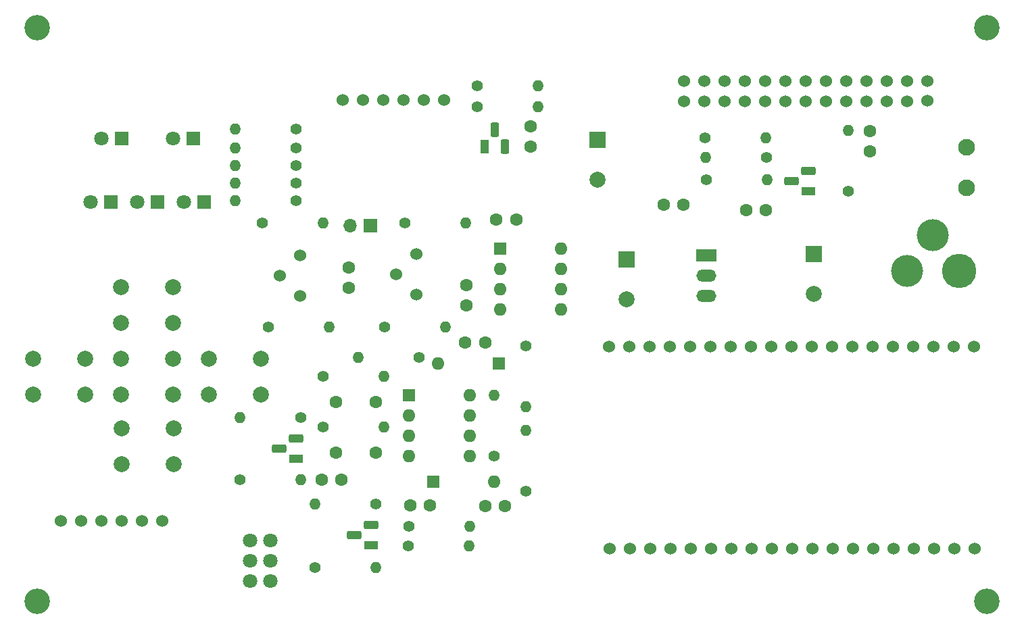
<source format=gbr>
%TF.GenerationSoftware,KiCad,Pcbnew,8.0.1*%
%TF.CreationDate,2024-07-18T08:08:08+02:00*%
%TF.ProjectId,GewitterMonitor,47657769-7474-4657-924d-6f6e69746f72,rev?*%
%TF.SameCoordinates,Original*%
%TF.FileFunction,Soldermask,Bot*%
%TF.FilePolarity,Negative*%
%FSLAX46Y46*%
G04 Gerber Fmt 4.6, Leading zero omitted, Abs format (unit mm)*
G04 Created by KiCad (PCBNEW 8.0.1) date 2024-07-18 08:08:08*
%MOMM*%
%LPD*%
G01*
G04 APERTURE LIST*
G04 Aperture macros list*
%AMRoundRect*
0 Rectangle with rounded corners*
0 $1 Rounding radius*
0 $2 $3 $4 $5 $6 $7 $8 $9 X,Y pos of 4 corners*
0 Add a 4 corners polygon primitive as box body*
4,1,4,$2,$3,$4,$5,$6,$7,$8,$9,$2,$3,0*
0 Add four circle primitives for the rounded corners*
1,1,$1+$1,$2,$3*
1,1,$1+$1,$4,$5*
1,1,$1+$1,$6,$7*
1,1,$1+$1,$8,$9*
0 Add four rect primitives between the rounded corners*
20,1,$1+$1,$2,$3,$4,$5,0*
20,1,$1+$1,$4,$5,$6,$7,0*
20,1,$1+$1,$6,$7,$8,$9,0*
20,1,$1+$1,$8,$9,$2,$3,0*%
G04 Aperture macros list end*
%ADD10C,1.600000*%
%ADD11C,1.400000*%
%ADD12O,1.400000X1.400000*%
%ADD13R,1.600000X1.600000*%
%ADD14O,1.600000X1.600000*%
%ADD15C,2.100000*%
%ADD16R,1.800000X1.100000*%
%ADD17RoundRect,0.275000X0.625000X-0.275000X0.625000X0.275000X-0.625000X0.275000X-0.625000X-0.275000X0*%
%ADD18C,1.524000*%
%ADD19C,3.200000*%
%ADD20R,1.100000X1.800000*%
%ADD21RoundRect,0.275000X-0.275000X-0.625000X0.275000X-0.625000X0.275000X0.625000X-0.275000X0.625000X0*%
%ADD22R,2.000000X2.000000*%
%ADD23C,2.000000*%
%ADD24R,1.700000X1.700000*%
%ADD25O,1.700000X1.700000*%
%ADD26C,1.800000*%
%ADD27C,4.000000*%
%ADD28C,4.300000*%
%ADD29R,2.500000X1.500000*%
%ADD30O,2.500000X1.500000*%
%ADD31R,1.800000X1.800000*%
G04 APERTURE END LIST*
D10*
%TO.C,C9*%
X121200000Y-37400000D03*
X121200000Y-34900000D03*
%TD*%
D11*
%TO.C,R13*%
X94200000Y-90200000D03*
D12*
X101820000Y-90200000D03*
%TD*%
D10*
%TO.C,C4*%
X95020000Y-79200000D03*
X97520000Y-79200000D03*
%TD*%
D13*
%TO.C,U4*%
X106000000Y-68580000D03*
D14*
X106000000Y-71120000D03*
X106000000Y-73660000D03*
X106000000Y-76200000D03*
X113620000Y-76200000D03*
X113620000Y-73660000D03*
X113620000Y-71120000D03*
X113620000Y-68580000D03*
%TD*%
D15*
%TO.C,J2*%
X175800000Y-37520000D03*
X175800000Y-42600000D03*
%TD*%
D16*
%TO.C,Q2*%
X156000000Y-42972323D03*
D17*
X153930000Y-41702323D03*
X156000000Y-40432323D03*
%TD*%
D11*
%TO.C,R3*%
X143200000Y-41600000D03*
D12*
X150820000Y-41600000D03*
%TD*%
D18*
%TO.C,RV1*%
X92340000Y-51060000D03*
X89800000Y-53600000D03*
X92340000Y-56140000D03*
%TD*%
%TO.C,U3*%
X75045000Y-84330000D03*
X72505000Y-84330000D03*
X69965000Y-84330000D03*
X67425000Y-84330000D03*
X64885000Y-84330000D03*
X62345000Y-84330000D03*
%TD*%
D19*
%TO.C,REF\u002A\u002A*%
X178400000Y-94400000D03*
%TD*%
D11*
%TO.C,R9*%
X107240000Y-63800000D03*
D12*
X99620000Y-63800000D03*
%TD*%
D20*
%TO.C,U5*%
X115460000Y-37400000D03*
D21*
X116730000Y-35330000D03*
X118000000Y-37400000D03*
%TD*%
D11*
%TO.C,R8*%
X92420000Y-71400000D03*
D12*
X84800000Y-71400000D03*
%TD*%
D11*
%TO.C,R26*%
X105900000Y-87500000D03*
D12*
X113520000Y-87500000D03*
%TD*%
D16*
%TO.C,Q3*%
X91800000Y-76540000D03*
D17*
X89730000Y-75270000D03*
X91800000Y-74000000D03*
%TD*%
D11*
%TO.C,R12*%
X95210000Y-72600000D03*
D12*
X102830000Y-72600000D03*
%TD*%
D10*
%TO.C,C5*%
X101800000Y-69400000D03*
X96800000Y-69400000D03*
%TD*%
%TO.C,C16*%
X140350000Y-44700000D03*
X137850000Y-44700000D03*
%TD*%
D19*
%TO.C,REF\u002A\u002A*%
X59400000Y-94400000D03*
%TD*%
D11*
%TO.C,R11*%
X116620000Y-76200000D03*
D12*
X116620000Y-68580000D03*
%TD*%
D22*
%TO.C,C14*%
X156700000Y-50900000D03*
D23*
X156700000Y-55900000D03*
%TD*%
D11*
%TO.C,R15*%
X114500000Y-29800000D03*
D12*
X122120000Y-29800000D03*
%TD*%
D16*
%TO.C,Q4*%
X101200000Y-87400000D03*
D17*
X99130000Y-86130000D03*
X101200000Y-84860000D03*
%TD*%
D11*
%TO.C,R22*%
X102960000Y-60000000D03*
D12*
X110580000Y-60000000D03*
%TD*%
D24*
%TO.C,J3*%
X101140000Y-47300000D03*
D25*
X98600000Y-47300000D03*
%TD*%
D22*
%TO.C,C2*%
X129600000Y-36600000D03*
D23*
X129600000Y-41600000D03*
%TD*%
D18*
%TO.C,U2*%
X176770000Y-62490000D03*
X174230000Y-62490000D03*
X171690000Y-62490000D03*
X169150000Y-62490000D03*
X166610000Y-62490000D03*
X164070000Y-62490000D03*
X161530000Y-62490000D03*
X158990000Y-62490000D03*
X156450000Y-62490000D03*
X153910000Y-62490000D03*
X151370000Y-62490000D03*
X148830000Y-62490000D03*
X146290000Y-62490000D03*
X143750000Y-62490000D03*
X141210000Y-62490000D03*
X138670000Y-62490000D03*
X136130000Y-62490000D03*
X133590000Y-62490000D03*
X131050000Y-62490000D03*
X131100000Y-87800000D03*
X133640000Y-87800000D03*
X136180000Y-87800000D03*
X138720000Y-87800000D03*
X141260000Y-87800000D03*
X143800000Y-87800000D03*
X146340000Y-87800000D03*
X148880000Y-87800000D03*
X151420000Y-87800000D03*
X153960000Y-87800000D03*
X156500000Y-87800000D03*
X159040000Y-87800000D03*
X161580000Y-87800000D03*
X164120000Y-87800000D03*
X166660000Y-87800000D03*
X169200000Y-87800000D03*
X171740000Y-87800000D03*
X174280000Y-87800000D03*
X176820000Y-87800000D03*
%TD*%
D13*
%TO.C,D1*%
X117240000Y-64600000D03*
D14*
X109620000Y-64600000D03*
%TD*%
D10*
%TO.C,C13*%
X150700000Y-45400000D03*
X148200000Y-45400000D03*
%TD*%
%TO.C,C3*%
X118000000Y-82500000D03*
X115500000Y-82500000D03*
%TD*%
D11*
%TO.C,R18*%
X91820000Y-35200000D03*
D12*
X84200000Y-35200000D03*
%TD*%
D10*
%TO.C,C12*%
X98400000Y-55100000D03*
X98400000Y-52600000D03*
%TD*%
D11*
%TO.C,R25*%
X91800000Y-44200000D03*
D12*
X84180000Y-44200000D03*
%TD*%
D26*
%TO.C,J4*%
X86060000Y-86800000D03*
X88600000Y-86800000D03*
X86060000Y-89340000D03*
X88600000Y-89340000D03*
X86060000Y-91880000D03*
X88600000Y-91880000D03*
%TD*%
D22*
%TO.C,C15*%
X133200000Y-51600000D03*
D23*
X133200000Y-56600000D03*
%TD*%
D11*
%TO.C,R20*%
X105500000Y-47000000D03*
D12*
X113120000Y-47000000D03*
%TD*%
D19*
%TO.C,REF\u002A\u002A*%
X178400000Y-22500000D03*
%TD*%
D10*
%TO.C,C1*%
X163700000Y-35500000D03*
X163700000Y-38000000D03*
%TD*%
D11*
%TO.C,R27*%
X106000000Y-85000000D03*
D12*
X113620000Y-85000000D03*
%TD*%
D11*
%TO.C,R14*%
X101820000Y-82200000D03*
D12*
X94200000Y-82200000D03*
%TD*%
D10*
%TO.C,C6*%
X96800000Y-75800000D03*
X101800000Y-75800000D03*
%TD*%
D11*
%TO.C,R24*%
X91800000Y-42000000D03*
D12*
X84180000Y-42000000D03*
%TD*%
D11*
%TO.C,R17*%
X87580000Y-47000000D03*
D12*
X95200000Y-47000000D03*
%TD*%
D11*
%TO.C,R19*%
X88360000Y-60000000D03*
D12*
X95980000Y-60000000D03*
%TD*%
D11*
%TO.C,R16*%
X114500000Y-32400000D03*
D12*
X122120000Y-32400000D03*
%TD*%
D18*
%TO.C,U8*%
X110400000Y-31600000D03*
X107860000Y-31600000D03*
X105320000Y-31600000D03*
X102780000Y-31600000D03*
X100240000Y-31600000D03*
X97700000Y-31600000D03*
%TD*%
D11*
%TO.C,R7*%
X84780000Y-79200000D03*
D12*
X92400000Y-79200000D03*
%TD*%
D10*
%TO.C,C10*%
X116900000Y-46600000D03*
X119400000Y-46600000D03*
%TD*%
D18*
%TO.C,RV2*%
X106940000Y-50860000D03*
X104400000Y-53400000D03*
X106940000Y-55940000D03*
%TD*%
D11*
%TO.C,R6*%
X120600000Y-62400000D03*
D12*
X120600000Y-70020000D03*
%TD*%
D19*
%TO.C,REF\u002A\u002A*%
X59400000Y-22500000D03*
%TD*%
D11*
%TO.C,R1*%
X161000000Y-43052323D03*
D12*
X161000000Y-35432323D03*
%TD*%
D10*
%TO.C,C8*%
X113000000Y-62000000D03*
X115500000Y-62000000D03*
%TD*%
D11*
%TO.C,R21*%
X91820000Y-37600000D03*
D12*
X84200000Y-37600000D03*
%TD*%
D11*
%TO.C,R10*%
X95210000Y-66200000D03*
D12*
X102830000Y-66200000D03*
%TD*%
D13*
%TO.C,D2*%
X109000000Y-79400000D03*
D14*
X116620000Y-79400000D03*
%TD*%
D13*
%TO.C,U6*%
X117380000Y-50180000D03*
D14*
X117380000Y-52720000D03*
X117380000Y-55260000D03*
X117380000Y-57800000D03*
X125000000Y-57800000D03*
X125000000Y-55260000D03*
X125000000Y-52720000D03*
X125000000Y-50180000D03*
%TD*%
D27*
%TO.C,J1*%
X168350000Y-52987500D03*
D28*
X174850000Y-52987500D03*
D27*
X171600000Y-48487500D03*
%TD*%
D10*
%TO.C,C7*%
X106100000Y-82400000D03*
X108600000Y-82400000D03*
%TD*%
D11*
%TO.C,R23*%
X91800000Y-39800000D03*
D12*
X84180000Y-39800000D03*
%TD*%
D29*
%TO.C,U7*%
X143200000Y-51020000D03*
D30*
X143200000Y-53560000D03*
X143200000Y-56100000D03*
%TD*%
D11*
%TO.C,R4*%
X143090000Y-36300000D03*
D12*
X150710000Y-36300000D03*
%TD*%
D11*
%TO.C,R2*%
X150720000Y-38800000D03*
D12*
X143100000Y-38800000D03*
%TD*%
D11*
%TO.C,R5*%
X120600000Y-80600000D03*
D12*
X120600000Y-72980000D03*
%TD*%
D10*
%TO.C,C11*%
X113200000Y-54800000D03*
X113200000Y-57300000D03*
%TD*%
D23*
%TO.C,SW2*%
X76400000Y-55000000D03*
X69900000Y-55000000D03*
X76400000Y-59500000D03*
X69900000Y-59500000D03*
%TD*%
%TO.C,SW1*%
X65400000Y-64000000D03*
X58900000Y-64000000D03*
X65400000Y-68500000D03*
X58900000Y-68500000D03*
%TD*%
D18*
%TO.C,U1*%
X170900000Y-31640000D03*
X170900000Y-29200000D03*
X168360000Y-31740000D03*
X168360000Y-29200000D03*
X165820000Y-31740000D03*
X165820000Y-29200000D03*
X163280000Y-31740000D03*
X163280000Y-29200000D03*
X160740000Y-31740000D03*
X160740000Y-29200000D03*
X158200000Y-31740000D03*
X158200000Y-29200000D03*
X155660000Y-31740000D03*
X155660000Y-29200000D03*
X153120000Y-31740000D03*
X153120000Y-29200000D03*
X150580000Y-31740000D03*
X150580000Y-29200000D03*
X148040000Y-31740000D03*
X148040000Y-29200000D03*
X145500000Y-31740000D03*
X145500000Y-29200000D03*
X142960000Y-31740000D03*
X142960000Y-29200000D03*
X140420000Y-31740000D03*
X140420000Y-29200000D03*
%TD*%
D31*
%TO.C,D8*%
X68600000Y-44400000D03*
D26*
X66060000Y-44400000D03*
%TD*%
D31*
%TO.C,D7*%
X74435000Y-44400000D03*
D26*
X71895000Y-44400000D03*
%TD*%
D31*
%TO.C,D5*%
X70000000Y-36395600D03*
D26*
X67460000Y-36395600D03*
%TD*%
D31*
%TO.C,D4*%
X80300000Y-44400000D03*
D26*
X77760000Y-44400000D03*
%TD*%
D23*
%TO.C,SW3*%
X87400000Y-64000000D03*
X80900000Y-64000000D03*
X87400000Y-68500000D03*
X80900000Y-68500000D03*
%TD*%
%TO.C,SW5*%
X76400000Y-64000000D03*
X69900000Y-64000000D03*
X76400000Y-68500000D03*
X69900000Y-68500000D03*
%TD*%
%TO.C,SW4*%
X76500000Y-72700000D03*
X70000000Y-72700000D03*
X76500000Y-77200000D03*
X70000000Y-77200000D03*
%TD*%
D31*
%TO.C,D3*%
X78940000Y-36400000D03*
D26*
X76400000Y-36400000D03*
%TD*%
M02*

</source>
